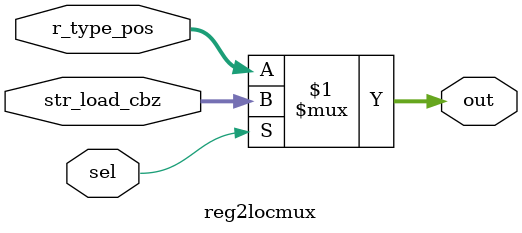
<source format=sv>
/*******************************************************
this multiplxor will decide where are the inputs that represent register number 2 to be supplied to register file
r_type_pos 26:16
str_load_cbz 4:0
if sel is 0
	choose r_type_pos 
else
	choos str_load_cbz 
*******************************************************/


module reg2locmux(r_type_pos, str_load_cbz, sel, out);
	input wire[4:0] r_type_pos, str_load_cbz;
	input wire sel;
	output wire[4:0] out;

	assign out = sel ? str_load_cbz : r_type_pos;
endmodule
/*
module tb_reg2locmux;
	reg[4:0] r_pos, str_pos;
	wire[4:0] out;
	reg sel;

	reg2locmux u0(
		.r_type_pos (r_pos),
		.str_load_cbz(str_pos),
		.sel(sel),
		.out(out)
	);

	initial begin
		r_pos = 5'b00000;
		str_pos = 5'b11111;
		sel = 0;
		#10;
		$display("r_pos = %b, str_pos %b sel = %b, out = %b", r_pos, str_pos, sel, out);
		sel = 1;
		#10;
		$display("r_pos = %b, str_pos %b sel = %b, out = %b", r_pos, str_pos, sel, out);
	end

endmodule
*/

</source>
